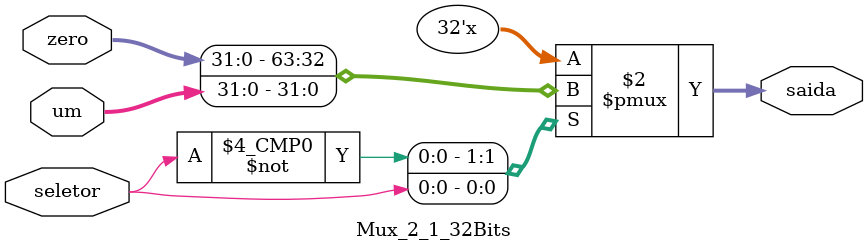
<source format=sv>
module Mux_2_1_32Bits(input [31:0] zero, input [31:0] um, input seletor, output [31:0] saida);
// Multiplexador de 2 entradas de 32 bits
always@*
begin
	case(seletor)
	1'b0:
	begin
		saida = zero;
	end
	1'b1:
	begin
		saida = um;
	end
	endcase
end
endmodule
</source>
